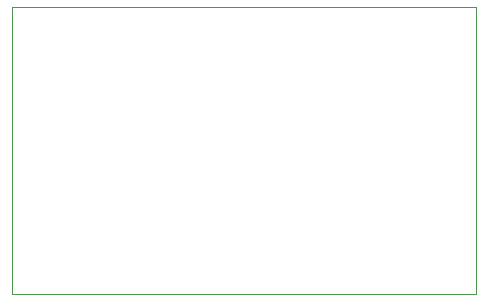
<source format=gbr>
%TF.GenerationSoftware,KiCad,Pcbnew,8.0.1*%
%TF.CreationDate,2024-12-18T11:05:09+01:00*%
%TF.ProjectId,pcb,7063622e-6b69-4636-9164-5f7063625858,rev?*%
%TF.SameCoordinates,Original*%
%TF.FileFunction,Profile,NP*%
%FSLAX46Y46*%
G04 Gerber Fmt 4.6, Leading zero omitted, Abs format (unit mm)*
G04 Created by KiCad (PCBNEW 8.0.1) date 2024-12-18 11:05:09*
%MOMM*%
%LPD*%
G01*
G04 APERTURE LIST*
%TA.AperFunction,Profile*%
%ADD10C,0.050000*%
%TD*%
G04 APERTURE END LIST*
D10*
X75500000Y-52750000D02*
X114800000Y-52750000D01*
X114800000Y-77000000D01*
X75500000Y-77000000D01*
X75500000Y-52750000D01*
M02*

</source>
